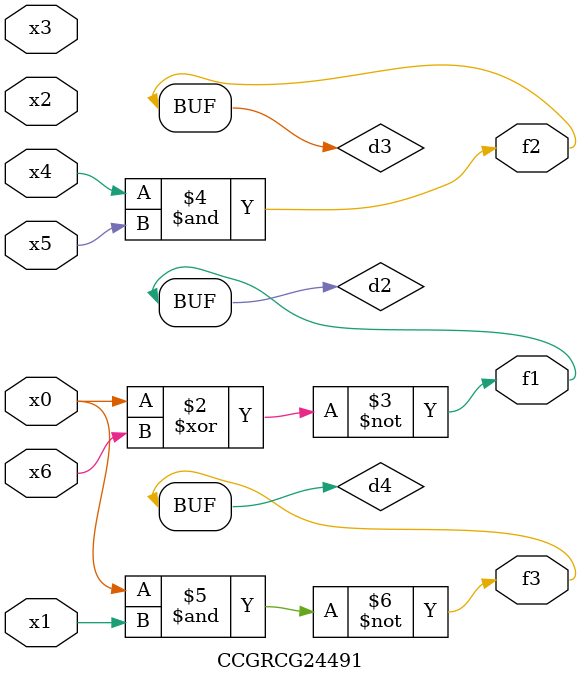
<source format=v>
module CCGRCG24491(
	input x0, x1, x2, x3, x4, x5, x6,
	output f1, f2, f3
);

	wire d1, d2, d3, d4;

	nor (d1, x0);
	xnor (d2, x0, x6);
	and (d3, x4, x5);
	nand (d4, x0, x1);
	assign f1 = d2;
	assign f2 = d3;
	assign f3 = d4;
endmodule

</source>
